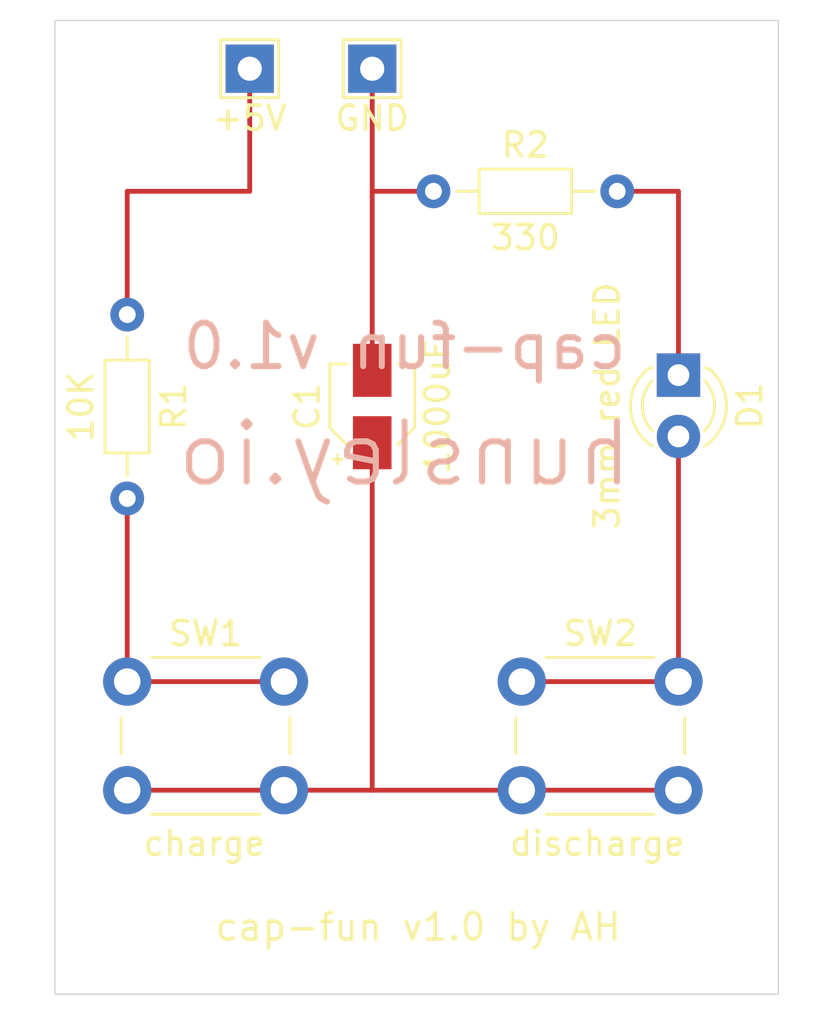
<source format=kicad_pcb>
(kicad_pcb (version 20241229) (generator "pcbnew") (generator_version "9.0")
  (layers (0 "F.Cu" signal) (2 "B.Cu" signal) (13 "F.Paste" user) (15 "B.Paste" user) (5 "F.SilkS" user "F.Silkscreen") (7 "B.SilkS" user "B.Silkscreen") (1 "F.Mask" user) (3 "B.Mask" user) (25 "Edge.Cuts" user))
  (net 0 "")
  (net 1 "Net-(SW1-A)")
  (net 2 "Net-(SW1-B)")
  (net 3 "Net-(D1-K)")
  (net 4 "Net-(D1-A)")
  (net 5 "GND")
  (net 6 "+5V")
  (footprint "Button_Switch_THT:SW_PUSH_6mm_H4.3mm" (layer "F.Cu") (at 69.36 77.4)
    (property "Reference" "SW2" (at 3.25 -2 0) (layer "F.SilkS"))
    (property "Value" "discharge" (at 3.14 6.7 0) (layer "F.SilkS"))
    (fp_line (start -0.25 1.5) (end -0.25 3) (stroke (width 0.12)) (layer "F.SilkS"))
    (fp_line (start 1 5.5) (end 5.5 5.5) (stroke (width 0.12)) (layer "F.SilkS"))
    (fp_line (start 5.5 -1) (end 1 -1) (stroke (width 0.12)) (layer "F.SilkS"))
    (fp_line (start 6.75 3) (end 6.75 1.5) (stroke (width 0.12)) (layer "F.SilkS"))
    (pad "1" thru_hole circle (at 0 0 90) (size 2 2) (drill 1.1) (layers "*.Cu" "*.Mask") (net 4 "Net-(D1-A)"))
    (pad "1" thru_hole circle (at 6.5 0 90) (size 2 2) (drill 1.1) (layers "*.Cu" "*.Mask") (net 4 "Net-(D1-A)"))
    (pad "2" thru_hole circle (at 0 4.5 90) (size 2 2) (drill 1.1) (layers "*.Cu" "*.Mask") (net 2 "Net-(SW1-B)"))
    (pad "2" thru_hole circle (at 6.5 4.5 90) (size 2 2) (drill 1.1) (layers "*.Cu" "*.Mask") (net 2 "Net-(SW1-B)"))
  )
  (footprint "Resistor_THT:R_Axial_DIN0204_L3.6mm_D1.6mm_P7.62mm_Horizontal" (layer "F.Cu") (at 65.7 57.08)
    (property "Reference" "R2" (at 3.81 -1.92 0) (layer "F.SilkS"))
    (property "Value" "330" (at 3.81 1.92 0) (layer "F.SilkS"))
    (fp_line (start 0.94 0) (end 1.89 0) (stroke (width 0.12)) (layer "F.SilkS"))
    (fp_line (start 1.89 -0.92) (end 1.89 0.92) (stroke (width 0.12)) (layer "F.SilkS"))
    (fp_line (start 1.89 0.92) (end 5.73 0.92) (stroke (width 0.12)) (layer "F.SilkS"))
    (fp_line (start 5.73 -0.92) (end 1.89 -0.92) (stroke (width 0.12)) (layer "F.SilkS"))
    (fp_line (start 5.73 0.92) (end 5.73 -0.92) (stroke (width 0.12)) (layer "F.SilkS"))
    (fp_line (start 6.68 0) (end 5.73 0) (stroke (width 0.12)) (layer "F.SilkS"))
    (pad "1" thru_hole circle (at 0 0) (size 1.4 1.4) (drill 0.7) (layers "*.Cu" "*.Mask") (net 5 "GND"))
    (pad "2" thru_hole oval (at 7.62 0) (size 1.4 1.4) (drill 0.7) (layers "*.Cu" "*.Mask") (net 3 "Net-(D1-K)"))
  )
  (footprint "Button_Switch_THT:SW_PUSH_6mm_H4.3mm" (layer "F.Cu") (at 53 77.4)
    (property "Reference" "SW1" (at 3.25 -2 0) (layer "F.SilkS"))
    (property "Value" "charge" (at 3.2 6.7 0) (layer "F.SilkS"))
    (fp_line (start -0.25 1.5) (end -0.25 3) (stroke (width 0.12)) (layer "F.SilkS"))
    (fp_line (start 1 5.5) (end 5.5 5.5) (stroke (width 0.12)) (layer "F.SilkS"))
    (fp_line (start 5.5 -1) (end 1 -1) (stroke (width 0.12)) (layer "F.SilkS"))
    (fp_line (start 6.75 3) (end 6.75 1.5) (stroke (width 0.12)) (layer "F.SilkS"))
    (pad "1" thru_hole circle (at 0 0 90) (size 2 2) (drill 1.1) (layers "*.Cu" "*.Mask") (net 1 "Net-(SW1-A)"))
    (pad "1" thru_hole circle (at 6.5 0 90) (size 2 2) (drill 1.1) (layers "*.Cu" "*.Mask") (net 1 "Net-(SW1-A)"))
    (pad "2" thru_hole circle (at 0 4.5 90) (size 2 2) (drill 1.1) (layers "*.Cu" "*.Mask") (net 2 "Net-(SW1-B)"))
    (pad "2" thru_hole circle (at 6.5 4.5 90) (size 2 2) (drill 1.1) (layers "*.Cu" "*.Mask") (net 2 "Net-(SW1-B)"))
  )
  (footprint "Resistor_THT:R_Axial_DIN0204_L3.6mm_D1.6mm_P7.62mm_Horizontal" (layer "F.Cu") (at 53 62.19 -90)
    (property "Reference" "R1" (at 3.81 -1.92 90) (layer "F.SilkS"))
    (property "Value" "10K" (at 3.81 1.92 90) (layer "F.SilkS"))
    (fp_line (start 1.89 0.92) (end 5.73 0.92) (stroke (width 0.12)) (layer "F.SilkS"))
    (fp_line (start 5.73 0.92) (end 5.73 -0.92) (stroke (width 0.12)) (layer "F.SilkS"))
    (fp_line (start 0.94 0) (end 1.89 0) (stroke (width 0.12)) (layer "F.SilkS"))
    (fp_line (start 6.68 0) (end 5.73 0) (stroke (width 0.12)) (layer "F.SilkS"))
    (fp_line (start 1.89 -0.92) (end 1.89 0.92) (stroke (width 0.12)) (layer "F.SilkS"))
    (fp_line (start 5.73 -0.92) (end 1.89 -0.92) (stroke (width 0.12)) (layer "F.SilkS"))
    (pad "1" thru_hole circle (at 0 0 270) (size 1.4 1.4) (drill 0.7) (layers "*.Cu" "*.Mask") (net 6 "+5V"))
    (pad "2" thru_hole oval (at 7.62 0 270) (size 1.4 1.4) (drill 0.7) (layers "*.Cu" "*.Mask") (net 1 "Net-(SW1-A)"))
  )
  (footprint "TestPoint:TestPoint_THTPad_2.0x2.0mm_Drill1.0mm" (layer "F.Cu") (at 58.08 52)
    (property "Reference" "J1")
    (property "Value" "+5V" (at 0 2.05 0) (layer "F.SilkS"))
    (fp_line (start -1.2 -1.2) (end 1.2 -1.2) (stroke (width 0.12)) (layer "F.SilkS"))
    (fp_line (start -1.2 1.2) (end -1.2 -1.2) (stroke (width 0.12)) (layer "F.SilkS"))
    (fp_line (start 1.2 -1.2) (end 1.2 1.2) (stroke (width 0.12)) (layer "F.SilkS"))
    (fp_line (start 1.2 1.2) (end -1.2 1.2) (stroke (width 0.12)) (layer "F.SilkS"))
    (pad "1" thru_hole rect (at 0 0) (size 2 2) (drill 1) (layers "*.Cu" "*.Mask") (net 6 "+5V"))
  )
  (footprint "MountingHole:MountingHole_2.2mm_M2" (layer "F.Cu") (at 77.13 87.56)
    (property "Reference" "H2" (hide yes))
    (property "Value" "MountingHole")
    (pad "" np_thru_hole circle (at 0 0) (size 2.2 2.2) (drill 2.2) (layers "*.Cu" "*.Mask"))
  )
  (footprint "MountingHole:MountingHole_2.2mm_M2" (layer "F.Cu") (at 52.873 52.889)
    (property "Reference" "H3" (hide yes))
    (property "Value" "MountingHole")
    (pad "" np_thru_hole circle (at 0 0) (size 2.2 2.2) (drill 2.2) (layers "*.Cu" "*.Mask"))
  )
  (footprint "MountingHole:MountingHole_2.2mm_M2" (layer "F.Cu") (at 77.13 52.889)
    (property "Reference" "H4" (hide yes))
    (property "Value" "MountingHole")
    (pad "" np_thru_hole circle (at 0 0) (size 2.2 2.2) (drill 2.2) (layers "*.Cu" "*.Mask"))
  )
  (footprint "Capacitor_SMD:CP_Elec_3x5.3" (layer "F.Cu") (at 63.16 66 90)
    (property "Reference" "C1" (at 0 -2.7 90) (layer "F.SilkS"))
    (property "Value" "1000uF" (at 0 2.7 90) (layer "F.SilkS"))
    (fp_line (start 1.76 -1.76) (end 1.76 -1.06) (stroke (width 0.12)) (layer "F.SilkS"))
    (fp_line (start -0.870563 -1.76) (end 1.76 -1.76) (stroke (width 0.12)) (layer "F.SilkS"))
    (fp_line (start -2.1875 -1.6225) (end -2.1875 -1.2475) (stroke (width 0.12)) (layer "F.SilkS"))
    (fp_line (start -2.375 -1.435) (end -2 -1.435) (stroke (width 0.12)) (layer "F.SilkS"))
    (fp_line (start -1.570563 -1.06) (end -0.870563 -1.76) (stroke (width 0.12)) (layer "F.SilkS"))
    (fp_line (start -1.570563 1.06) (end -0.870563 1.76) (stroke (width 0.12)) (layer "F.SilkS"))
    (fp_line (start 1.76 1.76) (end 1.76 1.06) (stroke (width 0.12)) (layer "F.SilkS"))
    (fp_line (start -0.870563 1.76) (end 1.76 1.76) (stroke (width 0.12)) (layer "F.SilkS"))
    (pad "1" smd rect (at -1.5 0 90) (size 2.2 1.6) (layers "F.Cu" "F.Mask" "F.Paste") (net 2 "Net-(SW1-B)"))
    (pad "2" smd rect (at 1.5 0 90) (size 2.2 1.6) (layers "F.Cu" "F.Mask" "F.Paste") (net 5 "GND"))
  )
  (footprint "MountingHole:MountingHole_2.2mm_M2" (layer "F.Cu") (at 52.873 87.56)
    (property "Reference" "H1" (hide yes))
    (property "Value" "MountingHole")
    (pad "" np_thru_hole circle (at 0 0) (size 2.2 2.2) (drill 2.2) (layers "*.Cu" "*.Mask"))
  )
  (footprint "TestPoint:TestPoint_THTPad_2.0x2.0mm_Drill1.0mm" (layer "F.Cu") (at 63.16 52)
    (property "Reference" "J2")
    (property "Value" "GND" (at 0 2.05 0) (layer "F.SilkS"))
    (fp_line (start -1.2 -1.2) (end 1.2 -1.2) (stroke (width 0.12)) (layer "F.SilkS"))
    (fp_line (start -1.2 1.2) (end -1.2 -1.2) (stroke (width 0.12)) (layer "F.SilkS"))
    (fp_line (start 1.2 -1.2) (end 1.2 1.2) (stroke (width 0.12)) (layer "F.SilkS"))
    (fp_line (start 1.2 1.2) (end -1.2 1.2) (stroke (width 0.12)) (layer "F.SilkS"))
    (pad "1" thru_hole rect (at 0 0) (size 2 2) (drill 1) (layers "*.Cu" "*.Mask") (net 5 "GND"))
  )
  (footprint "LED_THT:LED_D3.0mm" (layer "F.Cu") (at 75.86 64.7 -90)
    (property "Reference" "D1" (at 1.27 -2.96 90) (layer "F.SilkS"))
    (property "Value" "3mm red LED" (at 1.27 2.96 90) (layer "F.SilkS"))
    (fp_line (start -0.29 1.08) (end -0.29 1.236) (stroke (width 0.12)) (layer "F.SilkS"))
    (fp_line (start -0.29 -1.236) (end -0.29 -1.08) (stroke (width 0.12)) (layer "F.SilkS"))
    (fp_arc (start 2.941397 1.080061) (mid 1.365624 1.987701) (end -0.29 1.235516) (stroke (width 0.12)) (layer "F.SilkS"))
    (fp_arc (start 2.31091 1.080049) (mid 1.269964 1.5) (end 0.229039 1.08) (stroke (width 0.12)) (layer "F.SilkS"))
    (fp_arc (start 0.229039 -1.08) (mid 1.269964 -1.5) (end 2.31091 -1.080049) (stroke (width 0.12)) (layer "F.SilkS"))
    (fp_arc (start -0.29 -1.235516) (mid 1.365624 -1.987701) (end 2.941397 -1.080061) (stroke (width 0.12)) (layer "F.SilkS"))
    (pad "1" thru_hole rect (at 0 0 270) (size 1.8 1.8) (drill 0.9) (layers "*.Cu" "*.Mask") (net 3 "Net-(D1-K)"))
    (pad "2" thru_hole circle (at 2.54 0 270) (size 1.8 1.8) (drill 0.9) (layers "*.Cu" "*.Mask") (net 4 "Net-(D1-A)"))
  )
  (gr_rect (start 50 50) (end 80 90.354) (stroke (width 0.05)) (fill no) (layer "Edge.Cuts"))
  (gr_text_box "cap-fun v1.0 by AH" (start 55.315 85.9203) (end 74.815 88.9457) (margins 1.0025 1.0025 1.0025 1.0025) (layer "F.SilkS") (effects (font (size 1.1 1.1)) (justify top)) (border no))
  (gr_text_box "cap-fun v1.0" (start 54.25 61.5) (end 74.75 64.5) (margins 1.0025 1.0025 1.0025 1.0025) (layer "B.SilkS") (effects (font (size 1.8 1.8) (thickness 0.25)) (justify top mirror)) (border no) (stroke (width 0.1)))
  (gr_text_box "hunsley.io" (start 54.25 65.5) (end 74.75 68.5) (margins 1.0025 1.0025 1.0025 1.0025) (layer "B.SilkS") (effects (font (size 2.5 2.5) (thickness 0.25)) (justify top mirror)) (border no))
  (segment (start 53 77.4) (end 59.5 77.4) (width 0.2) (layer "F.Cu") (net 1))
  (segment (start 53 69.81) (end 53 77.4) (width 0.2) (layer "F.Cu") (net 1))
  (segment (start 53 81.9) (end 59.5 81.9) (width 0.2) (layer "F.Cu") (net 2))
  (segment (start 69.36 81.9) (end 75.86 81.9) (width 0.2) (layer "F.Cu") (net 2))
  (segment (start 63.16 81.9) (end 69.36 81.9) (width 0.2) (layer "F.Cu") (net 2))
  (segment (start 63.16 67.5) (end 63.16 81.9) (width 0.2) (layer "F.Cu") (net 2))
  (segment (start 59.5 81.9) (end 63.16 81.9) (width 0.2) (layer "F.Cu") (net 2))
  (segment (start 75.86 57.08) (end 73.32 57.08) (width 0.2) (layer "F.Cu") (net 3))
  (segment (start 75.86 64.7) (end 75.86 57.08) (width 0.2) (layer "F.Cu") (net 3))
  (segment (start 69.36 77.4) (end 75.86 77.4) (width 0.2) (layer "F.Cu") (net 4))
  (segment (start 75.86 77.4) (end 75.86 67.24) (width 0.2) (layer "F.Cu") (net 4))
  (segment (start 63.16 57.08) (end 63.16 64.5) (width 0.2) (layer "F.Cu") (net 5))
  (segment (start 63.16 52) (end 63.16 57.08) (width 0.2) (layer "F.Cu") (net 5))
  (segment (start 65.7 57.08) (end 63.16 57.08) (width 0.2) (layer "F.Cu") (net 5))
  (segment (start 58.08 57.08) (end 53 57.08) (width 0.2) (layer "F.Cu") (net 6))
  (segment (start 58.08 52) (end 58.08 57.08) (width 0.2) (layer "F.Cu") (net 6))
  (segment (start 53 57.08) (end 53 62.19) (width 0.2) (layer "F.Cu") (net 6))
)
</source>
